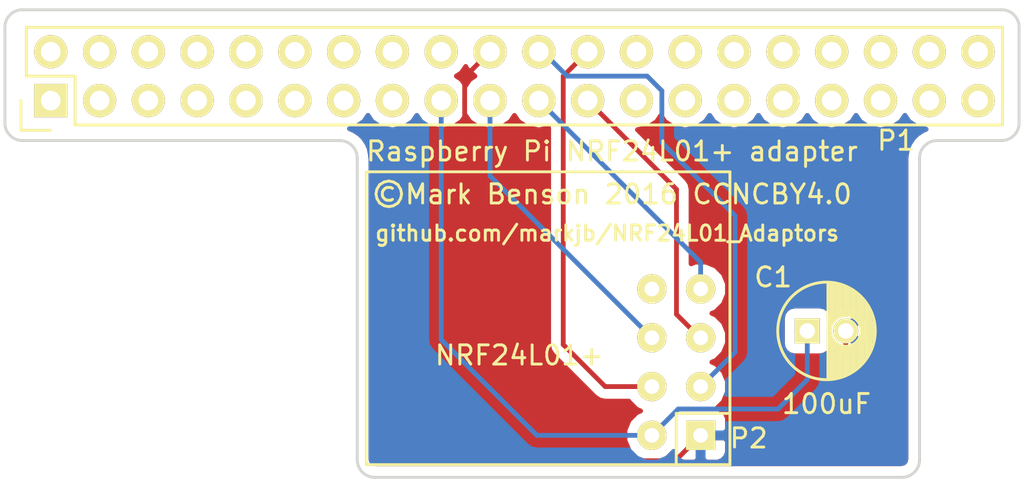
<source format=kicad_pcb>
(kicad_pcb (version 4) (host pcbnew 4.0.2-stable)

  (general
    (links 9)
    (no_connects 0)
    (area 125.553399 88.620389 178.484601 113.105001)
    (thickness 1.6)
    (drawings 19)
    (tracks 35)
    (zones 0)
    (modules 3)
    (nets 42)
  )

  (page A4)
  (title_block
    (title "Raspberry Pi NRF24L01+ Adaptor")
    (date 2016-08-15)
    (rev 1)
    (comment 1 "Copyright Mark Benson 2016")
    (comment 2 "License: Creative Commons Attribution Non Commerical 4.0 (CCNCBY 4.0)")
    (comment 3 github.com/markjb/NRF24L01_Adaptors)
  )

  (layers
    (0 F.Cu signal)
    (31 B.Cu signal)
    (32 B.Adhes user)
    (33 F.Adhes user)
    (34 B.Paste user)
    (35 F.Paste user)
    (36 B.SilkS user)
    (37 F.SilkS user)
    (38 B.Mask user)
    (39 F.Mask user)
    (40 Dwgs.User user)
    (41 Cmts.User user)
    (42 Eco1.User user)
    (43 Eco2.User user)
    (44 Edge.Cuts user)
    (45 Margin user)
    (46 B.CrtYd user)
    (47 F.CrtYd user)
    (48 B.Fab user)
    (49 F.Fab user)
  )

  (setup
    (last_trace_width 0.25)
    (trace_clearance 0.2)
    (zone_clearance 0.508)
    (zone_45_only no)
    (trace_min 0.2)
    (segment_width 0.2)
    (edge_width 0.15)
    (via_size 0.6)
    (via_drill 0.4)
    (via_min_size 0.4)
    (via_min_drill 0.3)
    (uvia_size 0.3)
    (uvia_drill 0.1)
    (uvias_allowed no)
    (uvia_min_size 0.2)
    (uvia_min_drill 0.1)
    (pcb_text_width 0.3)
    (pcb_text_size 1.5 1.5)
    (mod_edge_width 0.15)
    (mod_text_size 1 1)
    (mod_text_width 0.15)
    (pad_size 1.524 1.524)
    (pad_drill 0.762)
    (pad_to_mask_clearance 0.2)
    (aux_axis_origin 0 0)
    (visible_elements 7FFFFFFF)
    (pcbplotparams
      (layerselection 0x00030_80000001)
      (usegerberextensions false)
      (excludeedgelayer true)
      (linewidth 0.100000)
      (plotframeref false)
      (viasonmask false)
      (mode 1)
      (useauxorigin false)
      (hpglpennumber 1)
      (hpglpenspeed 20)
      (hpglpendiameter 15)
      (hpglpenoverlay 2)
      (psnegative false)
      (psa4output false)
      (plotreference true)
      (plotvalue true)
      (plotinvisibletext false)
      (padsonsilk false)
      (subtractmaskfromsilk false)
      (outputformat 1)
      (mirror false)
      (drillshape 1)
      (scaleselection 1)
      (outputdirectory ""))
  )

  (net 0 "")
  (net 1 "Net-(C1-Pad1)")
  (net 2 "Net-(C1-Pad2)")
  (net 3 "Net-(P1-Pad1)")
  (net 4 "Net-(P1-Pad2)")
  (net 5 "Net-(P1-Pad3)")
  (net 6 "Net-(P1-Pad4)")
  (net 7 "Net-(P1-Pad5)")
  (net 8 "Net-(P1-Pad6)")
  (net 9 "Net-(P1-Pad7)")
  (net 10 "Net-(P1-Pad8)")
  (net 11 "Net-(P1-Pad9)")
  (net 12 "Net-(P1-Pad10)")
  (net 13 "Net-(P1-Pad11)")
  (net 14 "Net-(P1-Pad12)")
  (net 15 "Net-(P1-Pad13)")
  (net 16 "Net-(P1-Pad14)")
  (net 17 "Net-(P1-Pad15)")
  (net 18 "Net-(P1-Pad16)")
  (net 19 "Net-(P1-Pad18)")
  (net 20 "Net-(P1-Pad19)")
  (net 21 "Net-(P1-Pad21)")
  (net 22 "Net-(P1-Pad22)")
  (net 23 "Net-(P1-Pad23)")
  (net 24 "Net-(P1-Pad24)")
  (net 25 "Net-(P1-Pad25)")
  (net 26 "Net-(P1-Pad26)")
  (net 27 "Net-(P1-Pad27)")
  (net 28 "Net-(P1-Pad28)")
  (net 29 "Net-(P1-Pad29)")
  (net 30 "Net-(P1-Pad30)")
  (net 31 "Net-(P1-Pad31)")
  (net 32 "Net-(P1-Pad32)")
  (net 33 "Net-(P1-Pad33)")
  (net 34 "Net-(P1-Pad34)")
  (net 35 "Net-(P1-Pad35)")
  (net 36 "Net-(P1-Pad36)")
  (net 37 "Net-(P1-Pad37)")
  (net 38 "Net-(P1-Pad38)")
  (net 39 "Net-(P1-Pad39)")
  (net 40 "Net-(P1-Pad40)")
  (net 41 "Net-(P2-Pad8)")

  (net_class Default "This is the default net class."
    (clearance 0.2)
    (trace_width 0.25)
    (via_dia 0.6)
    (via_drill 0.4)
    (uvia_dia 0.3)
    (uvia_drill 0.1)
    (add_net "Net-(C1-Pad1)")
    (add_net "Net-(C1-Pad2)")
    (add_net "Net-(P1-Pad1)")
    (add_net "Net-(P1-Pad10)")
    (add_net "Net-(P1-Pad11)")
    (add_net "Net-(P1-Pad12)")
    (add_net "Net-(P1-Pad13)")
    (add_net "Net-(P1-Pad14)")
    (add_net "Net-(P1-Pad15)")
    (add_net "Net-(P1-Pad16)")
    (add_net "Net-(P1-Pad18)")
    (add_net "Net-(P1-Pad19)")
    (add_net "Net-(P1-Pad2)")
    (add_net "Net-(P1-Pad21)")
    (add_net "Net-(P1-Pad22)")
    (add_net "Net-(P1-Pad23)")
    (add_net "Net-(P1-Pad24)")
    (add_net "Net-(P1-Pad25)")
    (add_net "Net-(P1-Pad26)")
    (add_net "Net-(P1-Pad27)")
    (add_net "Net-(P1-Pad28)")
    (add_net "Net-(P1-Pad29)")
    (add_net "Net-(P1-Pad3)")
    (add_net "Net-(P1-Pad30)")
    (add_net "Net-(P1-Pad31)")
    (add_net "Net-(P1-Pad32)")
    (add_net "Net-(P1-Pad33)")
    (add_net "Net-(P1-Pad34)")
    (add_net "Net-(P1-Pad35)")
    (add_net "Net-(P1-Pad36)")
    (add_net "Net-(P1-Pad37)")
    (add_net "Net-(P1-Pad38)")
    (add_net "Net-(P1-Pad39)")
    (add_net "Net-(P1-Pad4)")
    (add_net "Net-(P1-Pad40)")
    (add_net "Net-(P1-Pad5)")
    (add_net "Net-(P1-Pad6)")
    (add_net "Net-(P1-Pad7)")
    (add_net "Net-(P1-Pad8)")
    (add_net "Net-(P1-Pad9)")
    (add_net "Net-(P2-Pad8)")
  )

  (module Capacitors_ThroughHole:C_Radial_D5_L11_P2 (layer F.Cu) (tedit 57B1DB10) (tstamp 57A95D4E)
    (at 167.386 105.41)
    (descr "Radial Electrolytic Capacitor 5mm x Length 11mm, Pitch 2mm")
    (tags "Electrolytic Capacitor")
    (path /57A70331)
    (fp_text reference C1 (at -1.778 -2.794) (layer F.SilkS)
      (effects (font (size 1 1) (thickness 0.15)))
    )
    (fp_text value 100uF (at 1 3.8) (layer F.SilkS)
      (effects (font (size 1 1) (thickness 0.15)))
    )
    (fp_line (start 1.075 -2.499) (end 1.075 2.499) (layer F.SilkS) (width 0.15))
    (fp_line (start 1.215 -2.491) (end 1.215 -0.154) (layer F.SilkS) (width 0.15))
    (fp_line (start 1.215 0.154) (end 1.215 2.491) (layer F.SilkS) (width 0.15))
    (fp_line (start 1.355 -2.475) (end 1.355 -0.473) (layer F.SilkS) (width 0.15))
    (fp_line (start 1.355 0.473) (end 1.355 2.475) (layer F.SilkS) (width 0.15))
    (fp_line (start 1.495 -2.451) (end 1.495 -0.62) (layer F.SilkS) (width 0.15))
    (fp_line (start 1.495 0.62) (end 1.495 2.451) (layer F.SilkS) (width 0.15))
    (fp_line (start 1.635 -2.418) (end 1.635 -0.712) (layer F.SilkS) (width 0.15))
    (fp_line (start 1.635 0.712) (end 1.635 2.418) (layer F.SilkS) (width 0.15))
    (fp_line (start 1.775 -2.377) (end 1.775 -0.768) (layer F.SilkS) (width 0.15))
    (fp_line (start 1.775 0.768) (end 1.775 2.377) (layer F.SilkS) (width 0.15))
    (fp_line (start 1.915 -2.327) (end 1.915 -0.795) (layer F.SilkS) (width 0.15))
    (fp_line (start 1.915 0.795) (end 1.915 2.327) (layer F.SilkS) (width 0.15))
    (fp_line (start 2.055 -2.266) (end 2.055 -0.798) (layer F.SilkS) (width 0.15))
    (fp_line (start 2.055 0.798) (end 2.055 2.266) (layer F.SilkS) (width 0.15))
    (fp_line (start 2.195 -2.196) (end 2.195 -0.776) (layer F.SilkS) (width 0.15))
    (fp_line (start 2.195 0.776) (end 2.195 2.196) (layer F.SilkS) (width 0.15))
    (fp_line (start 2.335 -2.114) (end 2.335 -0.726) (layer F.SilkS) (width 0.15))
    (fp_line (start 2.335 0.726) (end 2.335 2.114) (layer F.SilkS) (width 0.15))
    (fp_line (start 2.475 -2.019) (end 2.475 -0.644) (layer F.SilkS) (width 0.15))
    (fp_line (start 2.475 0.644) (end 2.475 2.019) (layer F.SilkS) (width 0.15))
    (fp_line (start 2.615 -1.908) (end 2.615 -0.512) (layer F.SilkS) (width 0.15))
    (fp_line (start 2.615 0.512) (end 2.615 1.908) (layer F.SilkS) (width 0.15))
    (fp_line (start 2.755 -1.78) (end 2.755 -0.265) (layer F.SilkS) (width 0.15))
    (fp_line (start 2.755 0.265) (end 2.755 1.78) (layer F.SilkS) (width 0.15))
    (fp_line (start 2.895 -1.631) (end 2.895 1.631) (layer F.SilkS) (width 0.15))
    (fp_line (start 3.035 -1.452) (end 3.035 1.452) (layer F.SilkS) (width 0.15))
    (fp_line (start 3.175 -1.233) (end 3.175 1.233) (layer F.SilkS) (width 0.15))
    (fp_line (start 3.315 -0.944) (end 3.315 0.944) (layer F.SilkS) (width 0.15))
    (fp_line (start 3.455 -0.472) (end 3.455 0.472) (layer F.SilkS) (width 0.15))
    (fp_circle (center 2 0) (end 2 -0.8) (layer F.SilkS) (width 0.15))
    (fp_circle (center 1 0) (end 1 -2.5375) (layer F.SilkS) (width 0.15))
    (fp_circle (center 1 0) (end 1 -2.8) (layer F.CrtYd) (width 0.05))
    (pad 1 thru_hole rect (at 0 0) (size 1.3 1.3) (drill 0.8) (layers *.Cu *.Mask F.SilkS)
      (net 1 "Net-(C1-Pad1)"))
    (pad 2 thru_hole circle (at 2 0) (size 1.3 1.3) (drill 0.8) (layers *.Cu *.Mask F.SilkS)
      (net 2 "Net-(C1-Pad2)"))
    (model Capacitors_ThroughHole.3dshapes/C_Radial_D5_L11_P2.wrl
      (at (xyz 0 0 0))
      (scale (xyz 1 1 1))
      (rotate (xyz 0 0 0))
    )
  )

  (module Pin_Headers:Pin_Header_Straight_2x20 (layer F.Cu) (tedit 57B1DAA8) (tstamp 57A95D86)
    (at 128.016 93.4212 90)
    (descr "Through hole pin header")
    (tags "pin header")
    (path /57A70027)
    (fp_text reference P1 (at -2.0828 43.9928 180) (layer F.SilkS)
      (effects (font (size 1 1) (thickness 0.15)))
    )
    (fp_text value RPi (at -4.7244 43.0784 180) (layer F.Fab) hide
      (effects (font (size 1 1) (thickness 0.15)))
    )
    (fp_line (start -1.75 -1.75) (end -1.75 50.05) (layer F.CrtYd) (width 0.05))
    (fp_line (start 4.3 -1.75) (end 4.3 50.05) (layer F.CrtYd) (width 0.05))
    (fp_line (start -1.75 -1.75) (end 4.3 -1.75) (layer F.CrtYd) (width 0.05))
    (fp_line (start -1.75 50.05) (end 4.3 50.05) (layer F.CrtYd) (width 0.05))
    (fp_line (start 3.81 49.53) (end 3.81 -1.27) (layer F.SilkS) (width 0.15))
    (fp_line (start -1.27 1.27) (end -1.27 49.53) (layer F.SilkS) (width 0.15))
    (fp_line (start 3.81 49.53) (end -1.27 49.53) (layer F.SilkS) (width 0.15))
    (fp_line (start 3.81 -1.27) (end 1.27 -1.27) (layer F.SilkS) (width 0.15))
    (fp_line (start 0 -1.55) (end -1.55 -1.55) (layer F.SilkS) (width 0.15))
    (fp_line (start 1.27 -1.27) (end 1.27 1.27) (layer F.SilkS) (width 0.15))
    (fp_line (start 1.27 1.27) (end -1.27 1.27) (layer F.SilkS) (width 0.15))
    (fp_line (start -1.55 -1.55) (end -1.55 0) (layer F.SilkS) (width 0.15))
    (pad 1 thru_hole rect (at 0 0 90) (size 1.7272 1.7272) (drill 1.016) (layers *.Cu *.Mask F.SilkS)
      (net 3 "Net-(P1-Pad1)"))
    (pad 2 thru_hole oval (at 2.54 0 90) (size 1.7272 1.7272) (drill 1.016) (layers *.Cu *.Mask F.SilkS)
      (net 4 "Net-(P1-Pad2)"))
    (pad 3 thru_hole oval (at 0 2.54 90) (size 1.7272 1.7272) (drill 1.016) (layers *.Cu *.Mask F.SilkS)
      (net 5 "Net-(P1-Pad3)"))
    (pad 4 thru_hole oval (at 2.54 2.54 90) (size 1.7272 1.7272) (drill 1.016) (layers *.Cu *.Mask F.SilkS)
      (net 6 "Net-(P1-Pad4)"))
    (pad 5 thru_hole oval (at 0 5.08 90) (size 1.7272 1.7272) (drill 1.016) (layers *.Cu *.Mask F.SilkS)
      (net 7 "Net-(P1-Pad5)"))
    (pad 6 thru_hole oval (at 2.54 5.08 90) (size 1.7272 1.7272) (drill 1.016) (layers *.Cu *.Mask F.SilkS)
      (net 8 "Net-(P1-Pad6)"))
    (pad 7 thru_hole oval (at 0 7.62 90) (size 1.7272 1.7272) (drill 1.016) (layers *.Cu *.Mask F.SilkS)
      (net 9 "Net-(P1-Pad7)"))
    (pad 8 thru_hole oval (at 2.54 7.62 90) (size 1.7272 1.7272) (drill 1.016) (layers *.Cu *.Mask F.SilkS)
      (net 10 "Net-(P1-Pad8)"))
    (pad 9 thru_hole oval (at 0 10.16 90) (size 1.7272 1.7272) (drill 1.016) (layers *.Cu *.Mask F.SilkS)
      (net 11 "Net-(P1-Pad9)"))
    (pad 10 thru_hole oval (at 2.54 10.16 90) (size 1.7272 1.7272) (drill 1.016) (layers *.Cu *.Mask F.SilkS)
      (net 12 "Net-(P1-Pad10)"))
    (pad 11 thru_hole oval (at 0 12.7 90) (size 1.7272 1.7272) (drill 1.016) (layers *.Cu *.Mask F.SilkS)
      (net 13 "Net-(P1-Pad11)"))
    (pad 12 thru_hole oval (at 2.54 12.7 90) (size 1.7272 1.7272) (drill 1.016) (layers *.Cu *.Mask F.SilkS)
      (net 14 "Net-(P1-Pad12)"))
    (pad 13 thru_hole oval (at 0 15.24 90) (size 1.7272 1.7272) (drill 1.016) (layers *.Cu *.Mask F.SilkS)
      (net 15 "Net-(P1-Pad13)"))
    (pad 14 thru_hole oval (at 2.54 15.24 90) (size 1.7272 1.7272) (drill 1.016) (layers *.Cu *.Mask F.SilkS)
      (net 16 "Net-(P1-Pad14)"))
    (pad 15 thru_hole oval (at 0 17.78 90) (size 1.7272 1.7272) (drill 1.016) (layers *.Cu *.Mask F.SilkS)
      (net 17 "Net-(P1-Pad15)"))
    (pad 16 thru_hole oval (at 2.54 17.78 90) (size 1.7272 1.7272) (drill 1.016) (layers *.Cu *.Mask F.SilkS)
      (net 18 "Net-(P1-Pad16)"))
    (pad 17 thru_hole oval (at 0 20.32 90) (size 1.7272 1.7272) (drill 1.016) (layers *.Cu *.Mask F.SilkS)
      (net 1 "Net-(C1-Pad1)"))
    (pad 18 thru_hole oval (at 2.54 20.32 90) (size 1.7272 1.7272) (drill 1.016) (layers *.Cu *.Mask F.SilkS)
      (net 19 "Net-(P1-Pad18)"))
    (pad 19 thru_hole oval (at 0 22.86 90) (size 1.7272 1.7272) (drill 1.016) (layers *.Cu *.Mask F.SilkS)
      (net 20 "Net-(P1-Pad19)"))
    (pad 20 thru_hole oval (at 2.54 22.86 90) (size 1.7272 1.7272) (drill 1.016) (layers *.Cu *.Mask F.SilkS)
      (net 2 "Net-(C1-Pad2)"))
    (pad 21 thru_hole oval (at 0 25.4 90) (size 1.7272 1.7272) (drill 1.016) (layers *.Cu *.Mask F.SilkS)
      (net 21 "Net-(P1-Pad21)"))
    (pad 22 thru_hole oval (at 2.54 25.4 90) (size 1.7272 1.7272) (drill 1.016) (layers *.Cu *.Mask F.SilkS)
      (net 22 "Net-(P1-Pad22)"))
    (pad 23 thru_hole oval (at 0 27.94 90) (size 1.7272 1.7272) (drill 1.016) (layers *.Cu *.Mask F.SilkS)
      (net 23 "Net-(P1-Pad23)"))
    (pad 24 thru_hole oval (at 2.54 27.94 90) (size 1.7272 1.7272) (drill 1.016) (layers *.Cu *.Mask F.SilkS)
      (net 24 "Net-(P1-Pad24)"))
    (pad 25 thru_hole oval (at 0 30.48 90) (size 1.7272 1.7272) (drill 1.016) (layers *.Cu *.Mask F.SilkS)
      (net 25 "Net-(P1-Pad25)"))
    (pad 26 thru_hole oval (at 2.54 30.48 90) (size 1.7272 1.7272) (drill 1.016) (layers *.Cu *.Mask F.SilkS)
      (net 26 "Net-(P1-Pad26)"))
    (pad 27 thru_hole oval (at 0 33.02 90) (size 1.7272 1.7272) (drill 1.016) (layers *.Cu *.Mask F.SilkS)
      (net 27 "Net-(P1-Pad27)"))
    (pad 28 thru_hole oval (at 2.54 33.02 90) (size 1.7272 1.7272) (drill 1.016) (layers *.Cu *.Mask F.SilkS)
      (net 28 "Net-(P1-Pad28)"))
    (pad 29 thru_hole oval (at 0 35.56 90) (size 1.7272 1.7272) (drill 1.016) (layers *.Cu *.Mask F.SilkS)
      (net 29 "Net-(P1-Pad29)"))
    (pad 30 thru_hole oval (at 2.54 35.56 90) (size 1.7272 1.7272) (drill 1.016) (layers *.Cu *.Mask F.SilkS)
      (net 30 "Net-(P1-Pad30)"))
    (pad 31 thru_hole oval (at 0 38.1 90) (size 1.7272 1.7272) (drill 1.016) (layers *.Cu *.Mask F.SilkS)
      (net 31 "Net-(P1-Pad31)"))
    (pad 32 thru_hole oval (at 2.54 38.1 90) (size 1.7272 1.7272) (drill 1.016) (layers *.Cu *.Mask F.SilkS)
      (net 32 "Net-(P1-Pad32)"))
    (pad 33 thru_hole oval (at 0 40.64 90) (size 1.7272 1.7272) (drill 1.016) (layers *.Cu *.Mask F.SilkS)
      (net 33 "Net-(P1-Pad33)"))
    (pad 34 thru_hole oval (at 2.54 40.64 90) (size 1.7272 1.7272) (drill 1.016) (layers *.Cu *.Mask F.SilkS)
      (net 34 "Net-(P1-Pad34)"))
    (pad 35 thru_hole oval (at 0 43.18 90) (size 1.7272 1.7272) (drill 1.016) (layers *.Cu *.Mask F.SilkS)
      (net 35 "Net-(P1-Pad35)"))
    (pad 36 thru_hole oval (at 2.54 43.18 90) (size 1.7272 1.7272) (drill 1.016) (layers *.Cu *.Mask F.SilkS)
      (net 36 "Net-(P1-Pad36)"))
    (pad 37 thru_hole oval (at 0 45.72 90) (size 1.7272 1.7272) (drill 1.016) (layers *.Cu *.Mask F.SilkS)
      (net 37 "Net-(P1-Pad37)"))
    (pad 38 thru_hole oval (at 2.54 45.72 90) (size 1.7272 1.7272) (drill 1.016) (layers *.Cu *.Mask F.SilkS)
      (net 38 "Net-(P1-Pad38)"))
    (pad 39 thru_hole oval (at 0 48.26 90) (size 1.7272 1.7272) (drill 1.016) (layers *.Cu *.Mask F.SilkS)
      (net 39 "Net-(P1-Pad39)"))
    (pad 40 thru_hole oval (at 2.54 48.26 90) (size 1.7272 1.7272) (drill 1.016) (layers *.Cu *.Mask F.SilkS)
      (net 40 "Net-(P1-Pad40)"))
    (model Pin_Headers.3dshapes/Pin_Header_Straight_2x20.wrl
      (at (xyz 0.05 -0.95 0))
      (scale (xyz 1 1 1))
      (rotate (xyz 0 0 90))
    )
  )

  (module Custom_lib:NRF24L01+_short (layer F.Cu) (tedit 57B1DB2F) (tstamp 57A95D98)
    (at 148.5011 105.0036)
    (path /57A70052)
    (fp_text reference P2 (at 15.8369 5.9944) (layer F.SilkS)
      (effects (font (size 1 1) (thickness 0.15)))
    )
    (fp_text value NRF24L01+ (at 3.8989 1.6764) (layer F.SilkS)
      (effects (font (size 1 1) (thickness 0.15)))
    )
    (fp_line (start 14.859 -7.874) (end -4.064 -7.874) (layer F.SilkS) (width 0.15))
    (fp_line (start -4.064 7.366) (end 14.859 7.366) (layer F.SilkS) (width 0.15))
    (fp_line (start -4.064 7.366) (end -4.064 -7.874) (layer F.SilkS) (width 0.15))
    (fp_line (start 14.859 4.699) (end 12.065 4.699) (layer F.SilkS) (width 0.15))
    (fp_line (start 12.065 4.699) (end 12.065 7.366) (layer F.SilkS) (width 0.15))
    (fp_line (start 14.859 7.366) (end 14.859 -7.874) (layer F.SilkS) (width 0.15))
    (pad 1 thru_hole rect (at 13.335 5.842) (size 1.524 1.524) (drill 0.762) (layers *.Cu *.Mask F.SilkS)
      (net 2 "Net-(C1-Pad2)"))
    (pad 2 thru_hole circle (at 10.795 5.842) (size 1.524 1.524) (drill 0.762) (layers *.Cu *.Mask F.SilkS)
      (net 1 "Net-(C1-Pad1)"))
    (pad 3 thru_hole circle (at 13.335 3.302) (size 1.524 1.524) (drill 0.762) (layers *.Cu *.Mask F.SilkS)
      (net 22 "Net-(P1-Pad22)"))
    (pad 4 thru_hole circle (at 10.795 3.302) (size 1.524 1.524) (drill 0.762) (layers *.Cu *.Mask F.SilkS)
      (net 24 "Net-(P1-Pad24)"))
    (pad 5 thru_hole circle (at 13.335 0.762) (size 1.524 1.524) (drill 0.762) (layers *.Cu *.Mask F.SilkS)
      (net 23 "Net-(P1-Pad23)"))
    (pad 6 thru_hole circle (at 10.795 0.762) (size 1.524 1.524) (drill 0.762) (layers *.Cu *.Mask F.SilkS)
      (net 20 "Net-(P1-Pad19)"))
    (pad 7 thru_hole circle (at 13.335 -1.778) (size 1.524 1.524) (drill 0.762) (layers *.Cu *.Mask F.SilkS)
      (net 21 "Net-(P1-Pad21)"))
    (pad 8 thru_hole circle (at 10.795 -1.778) (size 1.524 1.524) (drill 0.762) (layers *.Cu *.Mask F.SilkS)
      (net 41 "Net-(P2-Pad8)"))
  )

  (gr_line (start 143.0528 95.504) (end 126.5428 95.504) (angle 90) (layer Edge.Cuts) (width 0.15))
  (gr_line (start 126.5936 88.6968) (end 177.4444 88.6968) (angle 90) (layer Edge.Cuts) (width 0.15))
  (gr_line (start 177.4952 95.504) (end 174.1424 95.504) (angle 90) (layer Edge.Cuts) (width 0.15))
  (gr_text github.com/markjb/NRF24L01_Adaptors (at 156.972 100.33) (layer F.SilkS)
    (effects (font (size 0.8 0.8) (thickness 0.15)))
  )
  (gr_text "©Mark Benson 2016 CCNCBY4.0" (at 157.226 98.298) (layer F.SilkS)
    (effects (font (size 1 1) (thickness 0.15)))
  )
  (gr_text "Raspberry Pi NRF24L01+ adapter" (at 157.226 96.0628) (layer F.SilkS)
    (effects (font (size 1 1) (thickness 0.15)))
  )
  (gr_line (start 143.9672 112.1156) (end 143.9672 96.4184) (angle 90) (layer Edge.Cuts) (width 0.15))
  (gr_line (start 172.3136 113.03) (end 144.8816 113.03) (angle 90) (layer Edge.Cuts) (width 0.15))
  (gr_line (start 173.228 96.4184) (end 173.228 112.1156) (angle 90) (layer Edge.Cuts) (width 0.15))
  (gr_line (start 178.4096 89.5604) (end 178.4096 94.5896) (angle 90) (layer Edge.Cuts) (width 0.15))
  (gr_arc (start 177.4952 94.5896) (end 178.4096 94.5896) (angle 90) (layer Edge.Cuts) (width 0.15))
  (gr_arc (start 174.1424 96.4184) (end 173.228 96.4184) (angle 90) (layer Edge.Cuts) (width 0.15))
  (gr_arc (start 172.3136 112.1156) (end 173.228 112.1156) (angle 90) (layer Edge.Cuts) (width 0.15))
  (gr_arc (start 144.8816 112.1156) (end 144.8816 113.03) (angle 90) (layer Edge.Cuts) (width 0.15))
  (gr_arc (start 143.0528 96.4184) (end 143.0528 95.504) (angle 90) (layer Edge.Cuts) (width 0.15))
  (gr_line (start 125.6284 94.5896) (end 125.6284 89.5604) (angle 90) (layer Edge.Cuts) (width 0.15))
  (gr_arc (start 126.5428 94.5896) (end 126.5428 95.504) (angle 90) (layer Edge.Cuts) (width 0.15))
  (gr_arc (start 126.5428 89.6112) (end 125.6284 89.5604) (angle 90) (layer Edge.Cuts) (width 0.15))
  (gr_arc (start 177.4952 89.6112) (end 177.4444 88.6968) (angle 90) (layer Edge.Cuts) (width 0.15))

  (segment (start 159.2961 110.8456) (end 160.6677 109.474) (width 0.25) (layer B.Cu) (net 1))
  (segment (start 167.386 107.95) (end 167.386 105.41) (width 0.25) (layer B.Cu) (net 1) (tstamp 57B1DA9D))
  (segment (start 165.862 109.474) (end 167.386 107.95) (width 0.25) (layer B.Cu) (net 1) (tstamp 57B1DA9B))
  (segment (start 160.6677 109.474) (end 165.862 109.474) (width 0.25) (layer B.Cu) (net 1) (tstamp 57B1DA99))
  (segment (start 159.2961 110.8456) (end 153.3144 110.8456) (width 0.25) (layer B.Cu) (net 1))
  (segment (start 148.336 105.8672) (end 148.336 93.4212) (width 0.25) (layer B.Cu) (net 1) (tstamp 57A95DF0))
  (segment (start 153.3144 110.8456) (end 148.336 105.8672) (width 0.25) (layer B.Cu) (net 1) (tstamp 57A95DEE))
  (segment (start 161.8361 110.8456) (end 166.7764 110.8456) (width 0.25) (layer F.Cu) (net 2))
  (segment (start 169.386 108.236) (end 169.386 105.41) (width 0.25) (layer F.Cu) (net 2) (tstamp 57B1DA95))
  (segment (start 166.7764 110.8456) (end 169.386 108.236) (width 0.25) (layer F.Cu) (net 2) (tstamp 57B1DA93))
  (segment (start 161.8361 110.8456) (end 160.5153 112.1664) (width 0.25) (layer F.Cu) (net 2) (tstamp 57A95DDB))
  (segment (start 160.5153 112.1664) (end 153.416 112.1664) (width 0.25) (layer F.Cu) (net 2) (tstamp 57A95DDC))
  (segment (start 153.416 112.1664) (end 149.5552 108.3056) (width 0.25) (layer F.Cu) (net 2) (tstamp 57A95DDE))
  (segment (start 149.5552 108.3056) (end 149.5552 92.202) (width 0.25) (layer F.Cu) (net 2) (tstamp 57A95DE0))
  (segment (start 149.5552 92.202) (end 150.876 90.8812) (width 0.25) (layer F.Cu) (net 2) (tstamp 57A95DE2))
  (segment (start 150.876 93.4212) (end 150.876 97.3455) (width 0.25) (layer B.Cu) (net 20))
  (segment (start 150.876 97.3455) (end 159.2961 105.7656) (width 0.25) (layer B.Cu) (net 20) (tstamp 57A95DF4))
  (segment (start 161.8361 103.2256) (end 161.8361 101.8413) (width 0.25) (layer B.Cu) (net 21))
  (segment (start 161.8361 101.8413) (end 153.416 93.4212) (width 0.25) (layer B.Cu) (net 21) (tstamp 57A95DF8))
  (segment (start 153.416 90.8812) (end 153.6192 90.8812) (width 0.25) (layer B.Cu) (net 22))
  (segment (start 153.6192 90.8812) (end 154.8892 92.1512) (width 0.25) (layer B.Cu) (net 22) (tstamp 57A960B7))
  (segment (start 154.8892 92.1512) (end 159.0548 92.1512) (width 0.25) (layer B.Cu) (net 22) (tstamp 57A960B8))
  (segment (start 159.0548 92.1512) (end 159.8168 92.9132) (width 0.25) (layer B.Cu) (net 22) (tstamp 57A960BA))
  (segment (start 159.8168 92.9132) (end 159.8168 95.6056) (width 0.25) (layer B.Cu) (net 22) (tstamp 57A960BB))
  (segment (start 159.8168 95.6056) (end 163.6268 99.4156) (width 0.25) (layer B.Cu) (net 22) (tstamp 57A960BC))
  (segment (start 163.6268 99.4156) (end 163.6268 106.5149) (width 0.25) (layer B.Cu) (net 22) (tstamp 57A960BE))
  (segment (start 163.6268 106.5149) (end 161.8361 108.3056) (width 0.25) (layer B.Cu) (net 22) (tstamp 57A960BF))
  (segment (start 161.8361 105.7656) (end 161.798 105.7656) (width 0.25) (layer F.Cu) (net 23))
  (segment (start 161.798 105.7656) (end 160.5788 104.5464) (width 0.25) (layer F.Cu) (net 23) (tstamp 57A95E08))
  (segment (start 160.5788 104.5464) (end 160.5788 98.044) (width 0.25) (layer F.Cu) (net 23) (tstamp 57A95E09))
  (segment (start 160.5788 98.044) (end 155.956 93.4212) (width 0.25) (layer F.Cu) (net 23) (tstamp 57A95E0B))
  (segment (start 159.2961 108.3056) (end 156.8704 108.3056) (width 0.25) (layer F.Cu) (net 24))
  (segment (start 154.686 92.1512) (end 155.956 90.8812) (width 0.25) (layer F.Cu) (net 24) (tstamp 57A95E13))
  (segment (start 154.686 106.1212) (end 154.686 92.1512) (width 0.25) (layer F.Cu) (net 24) (tstamp 57A95E11))
  (segment (start 156.8704 108.3056) (end 154.686 106.1212) (width 0.25) (layer F.Cu) (net 24) (tstamp 57A95E0F))

  (zone (net 2) (net_name "Net-(C1-Pad2)") (layer B.Cu) (tstamp 57A960C6) (hatch edge 0.508)
    (connect_pads (clearance 0.508))
    (min_thickness 0.254)
    (fill yes (arc_segments 16) (thermal_gap 0.508) (thermal_bridge_width 0.508))
    (polygon
      (pts
        (xy 178.6636 88.2396) (xy 178.6636 113.3856) (xy 125.3744 113.4364) (xy 125.3744 88.1888) (xy 178.6636 88.2396)
      )
    )
    (filled_polygon
      (pts
        (xy 172.67633 94.510229) (xy 173.162511 94.835085) (xy 173.56329 94.914805) (xy 173.398019 94.983262) (xy 173.101366 95.181479)
        (xy 173.050551 95.232295) (xy 172.905479 95.377366) (xy 172.707262 95.674018) (xy 172.614298 95.898454) (xy 172.601248 95.929959)
        (xy 172.531643 96.279885) (xy 172.531643 96.349813) (xy 172.518 96.4184) (xy 172.518 112.045673) (xy 172.489591 112.188496)
        (xy 172.448296 112.250297) (xy 172.386496 112.291591) (xy 172.243673 112.32) (xy 144.951527 112.32) (xy 144.808704 112.291591)
        (xy 144.746903 112.250296) (xy 144.705609 112.188496) (xy 144.6772 112.045673) (xy 144.6772 96.4184) (xy 144.663557 96.349813)
        (xy 144.663557 96.279886) (xy 144.593952 95.929959) (xy 144.487938 95.674019) (xy 144.487937 95.674018) (xy 144.289721 95.377366)
        (xy 144.208234 95.29588) (xy 144.093834 95.181479) (xy 143.797182 94.983262) (xy 143.565988 94.887499) (xy 143.829489 94.835085)
        (xy 144.31567 94.510229) (xy 144.526 94.195448) (xy 144.73633 94.510229) (xy 145.222511 94.835085) (xy 145.796 94.949159)
        (xy 146.369489 94.835085) (xy 146.85567 94.510229) (xy 147.066 94.195448) (xy 147.27633 94.510229) (xy 147.576 94.710462)
        (xy 147.576 105.8672) (xy 147.633852 106.158039) (xy 147.798599 106.404601) (xy 152.776999 111.383001) (xy 153.023561 111.547748)
        (xy 153.3144 111.6056) (xy 158.098569 111.6056) (xy 158.11109 111.635903) (xy 158.50373 112.029229) (xy 159.017 112.242357)
        (xy 159.572761 112.242842) (xy 160.086403 112.03061) (xy 160.4391 111.678528) (xy 160.4391 111.73391) (xy 160.535773 111.967299)
        (xy 160.714402 112.145927) (xy 160.947791 112.2426) (xy 161.55035 112.2426) (xy 161.7091 112.08385) (xy 161.7091 110.9726)
        (xy 161.9631 110.9726) (xy 161.9631 112.08385) (xy 162.12185 112.2426) (xy 162.724409 112.2426) (xy 162.957798 112.145927)
        (xy 163.136427 111.967299) (xy 163.2331 111.73391) (xy 163.2331 111.13135) (xy 163.07435 110.9726) (xy 161.9631 110.9726)
        (xy 161.7091 110.9726) (xy 161.6891 110.9726) (xy 161.6891 110.7186) (xy 161.7091 110.7186) (xy 161.7091 110.6986)
        (xy 161.9631 110.6986) (xy 161.9631 110.7186) (xy 163.07435 110.7186) (xy 163.2331 110.55985) (xy 163.2331 110.234)
        (xy 165.862 110.234) (xy 166.152839 110.176148) (xy 166.399401 110.011401) (xy 167.923401 108.487401) (xy 168.088148 108.24084)
        (xy 168.097746 108.192586) (xy 168.146 107.95) (xy 168.146 106.686742) (xy 168.271317 106.663162) (xy 168.487441 106.52409)
        (xy 168.564937 106.410671) (xy 168.66659 106.309018) (xy 168.722271 106.539611) (xy 169.205078 106.707622) (xy 169.715428 106.678083)
        (xy 170.049729 106.539611) (xy 170.10541 106.309016) (xy 169.386 105.589605) (xy 169.371858 105.603748) (xy 169.192252 105.424142)
        (xy 169.206395 105.41) (xy 169.565605 105.41) (xy 170.285016 106.12941) (xy 170.515611 106.073729) (xy 170.683622 105.590922)
        (xy 170.654083 105.080572) (xy 170.515611 104.746271) (xy 170.285016 104.69059) (xy 169.565605 105.41) (xy 169.206395 105.41)
        (xy 169.192252 105.395858) (xy 169.371858 105.216252) (xy 169.386 105.230395) (xy 170.10541 104.510984) (xy 170.049729 104.280389)
        (xy 169.566922 104.112378) (xy 169.056572 104.141917) (xy 168.722271 104.280389) (xy 168.66659 104.510982) (xy 168.564928 104.40932)
        (xy 168.50009 104.308559) (xy 168.28789 104.163569) (xy 168.036 104.11256) (xy 166.736 104.11256) (xy 166.500683 104.156838)
        (xy 166.284559 104.29591) (xy 166.139569 104.50811) (xy 166.08856 104.76) (xy 166.08856 106.06) (xy 166.132838 106.295317)
        (xy 166.27191 106.511441) (xy 166.48411 106.656431) (xy 166.626 106.685164) (xy 166.626 107.635198) (xy 165.547198 108.714)
        (xy 163.179167 108.714) (xy 163.232857 108.5847) (xy 163.233342 108.028939) (xy 163.219957 107.996545) (xy 164.164201 107.052301)
        (xy 164.328948 106.80574) (xy 164.3868 106.5149) (xy 164.3868 99.4156) (xy 164.328948 99.124761) (xy 164.164201 98.878199)
        (xy 160.5768 95.290798) (xy 160.5768 94.857818) (xy 161.036 94.949159) (xy 161.609489 94.835085) (xy 162.09567 94.510229)
        (xy 162.306 94.195448) (xy 162.51633 94.510229) (xy 163.002511 94.835085) (xy 163.576 94.949159) (xy 164.149489 94.835085)
        (xy 164.63567 94.510229) (xy 164.846 94.195448) (xy 165.05633 94.510229) (xy 165.542511 94.835085) (xy 166.116 94.949159)
        (xy 166.689489 94.835085) (xy 167.17567 94.510229) (xy 167.386 94.195448) (xy 167.59633 94.510229) (xy 168.082511 94.835085)
        (xy 168.656 94.949159) (xy 169.229489 94.835085) (xy 169.71567 94.510229) (xy 169.926 94.195448) (xy 170.13633 94.510229)
        (xy 170.622511 94.835085) (xy 171.196 94.949159) (xy 171.769489 94.835085) (xy 172.25567 94.510229) (xy 172.466 94.195448)
      )
    )
    (filled_polygon
      (pts
        (xy 151.003 90.7542) (xy 151.023 90.7542) (xy 151.023 91.0082) (xy 151.003 91.0082) (xy 151.003 91.0282)
        (xy 150.749 91.0282) (xy 150.749 91.0082) (xy 150.729 91.0082) (xy 150.729 90.7542) (xy 150.749 90.7542)
        (xy 150.749 90.7342) (xy 151.003 90.7342)
      )
    )
  )
  (zone (net 2) (net_name "Net-(C1-Pad2)") (layer F.Cu) (tstamp 57A960C7) (hatch edge 0.508)
    (connect_pads (clearance 0.508))
    (min_thickness 0.254)
    (fill yes (arc_segments 16) (thermal_gap 0.508) (thermal_bridge_width 0.508))
    (polygon
      (pts
        (xy 178.6636 88.2396) (xy 178.6636 113.3856) (xy 125.3744 113.4364) (xy 125.3744 88.1888) (xy 178.6636 88.2396)
      )
    )
    (filled_polygon
      (pts
        (xy 172.67633 94.510229) (xy 173.162511 94.835085) (xy 173.56329 94.914805) (xy 173.398019 94.983262) (xy 173.101366 95.181479)
        (xy 173.050551 95.232295) (xy 172.905479 95.377366) (xy 172.707262 95.674018) (xy 172.614298 95.898454) (xy 172.601248 95.929959)
        (xy 172.531643 96.279885) (xy 172.531643 96.349813) (xy 172.518 96.4184) (xy 172.518 112.045673) (xy 172.489591 112.188496)
        (xy 172.448296 112.250297) (xy 172.386496 112.291591) (xy 172.243673 112.32) (xy 144.951527 112.32) (xy 144.808704 112.291591)
        (xy 144.746903 112.250296) (xy 144.705609 112.188496) (xy 144.6772 112.045673) (xy 144.6772 96.4184) (xy 144.663557 96.349813)
        (xy 144.663557 96.279886) (xy 144.593952 95.929959) (xy 144.487938 95.674019) (xy 144.487937 95.674018) (xy 144.289721 95.377366)
        (xy 144.208234 95.29588) (xy 144.093834 95.181479) (xy 143.797182 94.983262) (xy 143.565988 94.887499) (xy 143.829489 94.835085)
        (xy 144.31567 94.510229) (xy 144.526 94.195448) (xy 144.73633 94.510229) (xy 145.222511 94.835085) (xy 145.796 94.949159)
        (xy 146.369489 94.835085) (xy 146.85567 94.510229) (xy 147.066 94.195448) (xy 147.27633 94.510229) (xy 147.762511 94.835085)
        (xy 148.336 94.949159) (xy 148.909489 94.835085) (xy 149.39567 94.510229) (xy 149.606 94.195448) (xy 149.81633 94.510229)
        (xy 150.302511 94.835085) (xy 150.876 94.949159) (xy 151.449489 94.835085) (xy 151.93567 94.510229) (xy 152.146 94.195448)
        (xy 152.35633 94.510229) (xy 152.842511 94.835085) (xy 153.416 94.949159) (xy 153.926 94.847714) (xy 153.926 106.1212)
        (xy 153.983852 106.412039) (xy 154.148599 106.658601) (xy 156.332999 108.843001) (xy 156.579561 109.007748) (xy 156.8704 109.0656)
        (xy 158.098569 109.0656) (xy 158.11109 109.095903) (xy 158.50373 109.489229) (xy 158.711612 109.575549) (xy 158.505797 109.66059)
        (xy 158.112471 110.05323) (xy 157.899343 110.5665) (xy 157.898858 111.122261) (xy 158.11109 111.635903) (xy 158.50373 112.029229)
        (xy 159.017 112.242357) (xy 159.572761 112.242842) (xy 160.086403 112.03061) (xy 160.4391 111.678528) (xy 160.4391 111.73391)
        (xy 160.535773 111.967299) (xy 160.714402 112.145927) (xy 160.947791 112.2426) (xy 161.55035 112.2426) (xy 161.7091 112.08385)
        (xy 161.7091 110.9726) (xy 161.9631 110.9726) (xy 161.9631 112.08385) (xy 162.12185 112.2426) (xy 162.724409 112.2426)
        (xy 162.957798 112.145927) (xy 163.136427 111.967299) (xy 163.2331 111.73391) (xy 163.2331 111.13135) (xy 163.07435 110.9726)
        (xy 161.9631 110.9726) (xy 161.7091 110.9726) (xy 161.6891 110.9726) (xy 161.6891 110.7186) (xy 161.7091 110.7186)
        (xy 161.7091 110.6986) (xy 161.9631 110.6986) (xy 161.9631 110.7186) (xy 163.07435 110.7186) (xy 163.2331 110.55985)
        (xy 163.2331 109.95729) (xy 163.136427 109.723901) (xy 162.957798 109.545273) (xy 162.724409 109.4486) (xy 162.668486 109.4486)
        (xy 163.019729 109.09797) (xy 163.232857 108.5847) (xy 163.233342 108.028939) (xy 163.02111 107.515297) (xy 162.62847 107.121971)
        (xy 162.420588 107.035651) (xy 162.626403 106.95061) (xy 163.019729 106.55797) (xy 163.232857 106.0447) (xy 163.233342 105.488939)
        (xy 163.02111 104.975297) (xy 162.806189 104.76) (xy 166.08856 104.76) (xy 166.08856 106.06) (xy 166.132838 106.295317)
        (xy 166.27191 106.511441) (xy 166.48411 106.656431) (xy 166.736 106.70744) (xy 168.036 106.70744) (xy 168.271317 106.663162)
        (xy 168.487441 106.52409) (xy 168.564937 106.410671) (xy 168.66659 106.309018) (xy 168.722271 106.539611) (xy 169.205078 106.707622)
        (xy 169.715428 106.678083) (xy 170.049729 106.539611) (xy 170.10541 106.309016) (xy 169.386 105.589605) (xy 169.371858 105.603748)
        (xy 169.192252 105.424142) (xy 169.206395 105.41) (xy 169.565605 105.41) (xy 170.285016 106.12941) (xy 170.515611 106.073729)
        (xy 170.683622 105.590922) (xy 170.654083 105.080572) (xy 170.515611 104.746271) (xy 170.285016 104.69059) (xy 169.565605 105.41)
        (xy 169.206395 105.41) (xy 169.192252 105.395858) (xy 169.371858 105.216252) (xy 169.386 105.230395) (xy 170.10541 104.510984)
        (xy 170.049729 104.280389) (xy 169.566922 104.112378) (xy 169.056572 104.141917) (xy 168.722271 104.280389) (xy 168.66659 104.510982)
        (xy 168.564928 104.40932) (xy 168.50009 104.308559) (xy 168.28789 104.163569) (xy 168.036 104.11256) (xy 166.736 104.11256)
        (xy 166.500683 104.156838) (xy 166.284559 104.29591) (xy 166.139569 104.50811) (xy 166.08856 104.76) (xy 162.806189 104.76)
        (xy 162.62847 104.581971) (xy 162.420588 104.495651) (xy 162.626403 104.41061) (xy 163.019729 104.01797) (xy 163.232857 103.5047)
        (xy 163.233342 102.948939) (xy 163.02111 102.435297) (xy 162.62847 102.041971) (xy 162.1152 101.828843) (xy 161.559439 101.828358)
        (xy 161.3388 101.919524) (xy 161.3388 98.044) (xy 161.280948 97.753161) (xy 161.280948 97.75316) (xy 161.116201 97.506599)
        (xy 158.548348 94.938746) (xy 159.069489 94.835085) (xy 159.55567 94.510229) (xy 159.766 94.195448) (xy 159.97633 94.510229)
        (xy 160.462511 94.835085) (xy 161.036 94.949159) (xy 161.609489 94.835085) (xy 162.09567 94.510229) (xy 162.306 94.195448)
        (xy 162.51633 94.510229) (xy 163.002511 94.835085) (xy 163.576 94.949159) (xy 164.149489 94.835085) (xy 164.63567 94.510229)
        (xy 164.846 94.195448) (xy 165.05633 94.510229) (xy 165.542511 94.835085) (xy 166.116 94.949159) (xy 166.689489 94.835085)
        (xy 167.17567 94.510229) (xy 167.386 94.195448) (xy 167.59633 94.510229) (xy 168.082511 94.835085) (xy 168.656 94.949159)
        (xy 169.229489 94.835085) (xy 169.71567 94.510229) (xy 169.926 94.195448) (xy 170.13633 94.510229) (xy 170.622511 94.835085)
        (xy 171.196 94.949159) (xy 171.769489 94.835085) (xy 172.25567 94.510229) (xy 172.466 94.195448)
      )
    )
    (filled_polygon
      (pts
        (xy 149.669179 91.76969) (xy 150.087161 92.151208) (xy 149.81633 92.332171) (xy 149.606 92.646952) (xy 149.39567 92.332171)
        (xy 149.124828 92.1512) (xy 149.39567 91.970229) (xy 149.611664 91.646972)
      )
    )
    (filled_polygon
      (pts
        (xy 151.003 90.7542) (xy 151.023 90.7542) (xy 151.023 91.0082) (xy 151.003 91.0082) (xy 151.003 91.0282)
        (xy 150.749 91.0282) (xy 150.749 91.0082) (xy 150.729 91.0082) (xy 150.729 90.7542) (xy 150.749 90.7542)
        (xy 150.749 90.7342) (xy 151.003 90.7342)
      )
    )
  )
)

</source>
